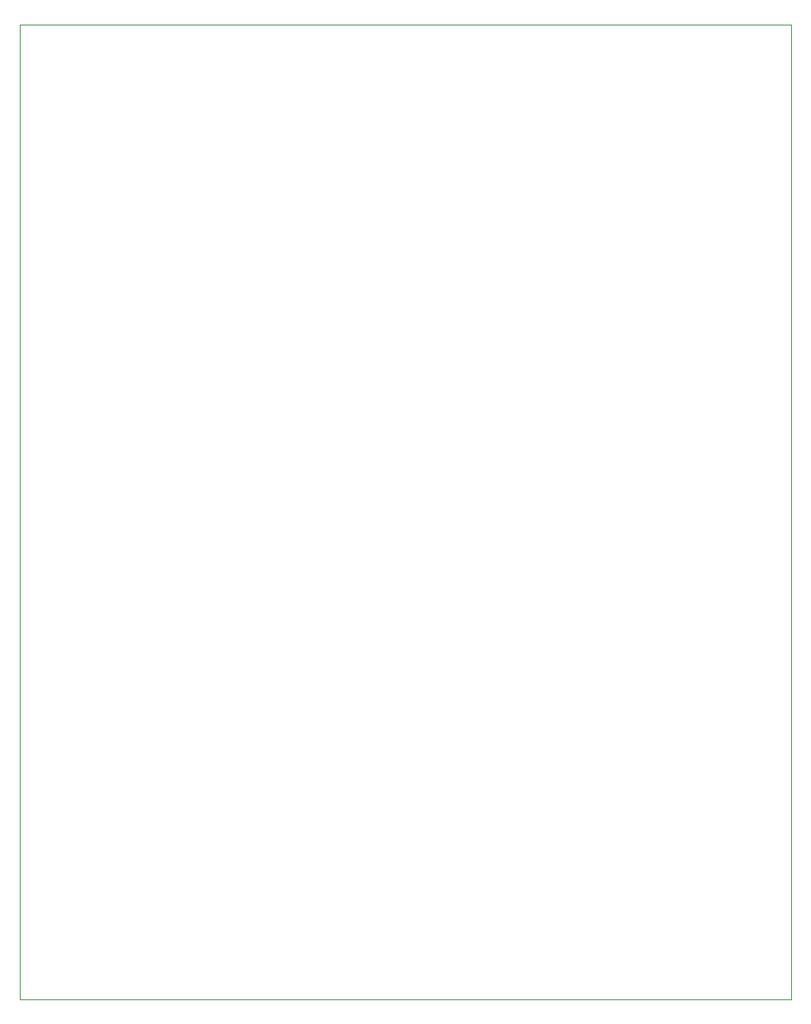
<source format=gbr>
%TF.GenerationSoftware,KiCad,Pcbnew,(6.0.7)*%
%TF.CreationDate,2023-04-15T21:10:14+02:00*%
%TF.ProjectId,control board,636f6e74-726f-46c2-9062-6f6172642e6b,rev?*%
%TF.SameCoordinates,Original*%
%TF.FileFunction,Profile,NP*%
%FSLAX46Y46*%
G04 Gerber Fmt 4.6, Leading zero omitted, Abs format (unit mm)*
G04 Created by KiCad (PCBNEW (6.0.7)) date 2023-04-15 21:10:14*
%MOMM*%
%LPD*%
G01*
G04 APERTURE LIST*
%TA.AperFunction,Profile*%
%ADD10C,0.100000*%
%TD*%
G04 APERTURE END LIST*
D10*
X99568000Y-40132000D02*
X181864000Y-40132000D01*
X181864000Y-40132000D02*
X181864000Y-144018000D01*
X181864000Y-144018000D02*
X99568000Y-144018000D01*
X99568000Y-144018000D02*
X99568000Y-40132000D01*
M02*

</source>
